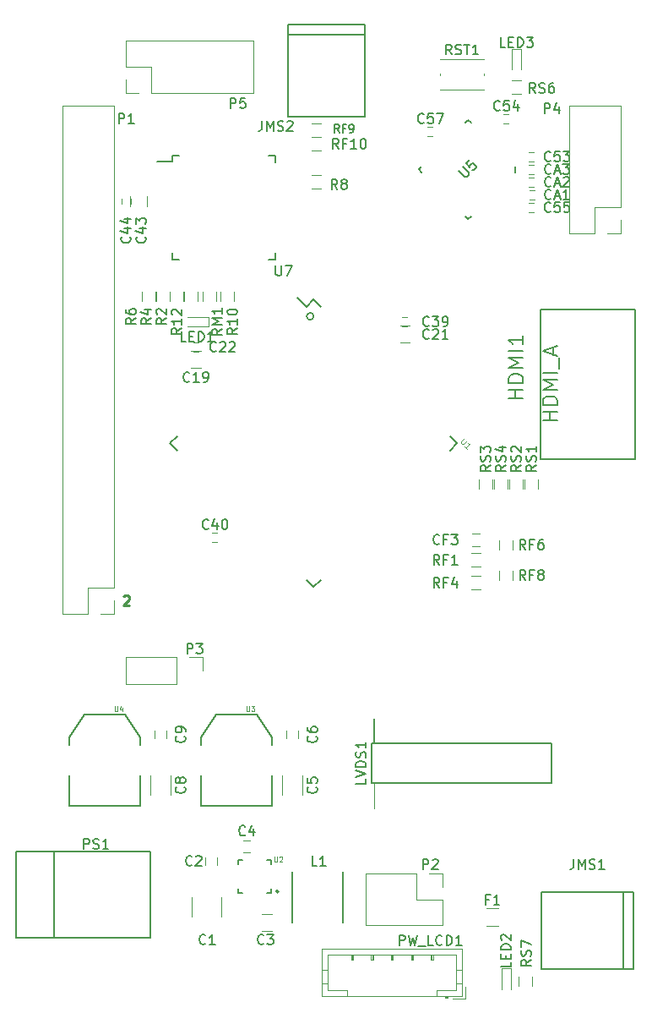
<source format=gto>
G04 #@! TF.FileFunction,Legend,Top*
%FSLAX46Y46*%
G04 Gerber Fmt 4.6, Leading zero omitted, Abs format (unit mm)*
G04 Created by KiCad (PCBNEW 4.0.0-rc1-stable) date 29/09/2017 04:45:12 p.m.*
%MOMM*%
G01*
G04 APERTURE LIST*
%ADD10C,0.100000*%
%ADD11C,0.250000*%
%ADD12C,0.120000*%
%ADD13C,0.150000*%
%ADD14C,0.203200*%
%ADD15C,0.040000*%
%ADD16C,0.152400*%
G04 APERTURE END LIST*
D10*
D11*
X115398286Y-115853319D02*
X115445905Y-115805700D01*
X115541143Y-115758081D01*
X115779239Y-115758081D01*
X115874477Y-115805700D01*
X115922096Y-115853319D01*
X115969715Y-115948557D01*
X115969715Y-116043795D01*
X115922096Y-116186652D01*
X115350667Y-116758081D01*
X115969715Y-116758081D01*
D12*
X128419060Y-65425580D02*
X128419060Y-60225580D01*
X118199060Y-65425580D02*
X128419060Y-65425580D01*
X115599060Y-60225580D02*
X128419060Y-60225580D01*
X118199060Y-65425580D02*
X118199060Y-62825580D01*
X118199060Y-62825580D02*
X115599060Y-62825580D01*
X115599060Y-62825580D02*
X115599060Y-60225580D01*
X116929060Y-65425580D02*
X115599060Y-65425580D01*
X115599060Y-65425580D02*
X115599060Y-64095580D01*
D13*
X134455060Y-87816658D02*
G75*
G03X134455060Y-87816658I-353553J0D01*
G01*
X134455060Y-86154957D02*
X133712598Y-86897419D01*
X148844683Y-100544580D02*
X148102221Y-101287042D01*
X134455060Y-114934203D02*
X135197522Y-114191741D01*
X120065437Y-100544580D02*
X120807899Y-99802118D01*
X134455060Y-86154957D02*
X135197522Y-86897419D01*
X120065437Y-100544580D02*
X120807899Y-101287042D01*
X134455060Y-114934203D02*
X133712598Y-114191741D01*
X148844683Y-100544580D02*
X148102221Y-99802118D01*
X133712598Y-86897419D02*
X132793359Y-85978180D01*
D14*
X154615201Y-73396356D02*
X154615201Y-72828804D01*
X149665284Y-77778721D02*
X149949060Y-78062497D01*
X149949060Y-78062497D02*
X150232836Y-77778721D01*
X145282919Y-72828804D02*
X144999143Y-73112580D01*
X144999143Y-73112580D02*
X145282919Y-73396356D01*
X150232836Y-68446439D02*
X149949060Y-68162663D01*
X149949060Y-68162663D02*
X149665284Y-68446439D01*
D12*
X143349060Y-88822580D02*
X143849060Y-88822580D01*
X143849060Y-87882580D02*
X143349060Y-87882580D01*
X114449060Y-115022580D02*
X114449060Y-66702580D01*
X114449060Y-66702580D02*
X109249060Y-66702580D01*
X109249060Y-66702580D02*
X109249060Y-117622580D01*
X109249060Y-117622580D02*
X111849060Y-117622580D01*
X111849060Y-117622580D02*
X111849060Y-115022580D01*
X111849060Y-115022580D02*
X114449060Y-115022580D01*
X114449060Y-116292580D02*
X114449060Y-117622580D01*
X114449060Y-117622580D02*
X113119060Y-117622580D01*
D13*
X105400000Y-141370000D02*
X104638000Y-141370000D01*
X104638000Y-141370000D02*
X104638000Y-150006000D01*
X104638000Y-150006000D02*
X105400000Y-150006000D01*
X108448000Y-141370000D02*
X108448000Y-150006000D01*
X118100000Y-141370000D02*
X118100000Y-150006000D01*
X105400000Y-150006000D02*
X118100000Y-150006000D01*
X105400000Y-141370000D02*
X118100000Y-141370000D01*
D12*
X149360000Y-155870000D02*
X149360000Y-151170000D01*
X149360000Y-151170000D02*
X135260000Y-151170000D01*
X135260000Y-151170000D02*
X135260000Y-155870000D01*
X135260000Y-155870000D02*
X149360000Y-155870000D01*
X146810000Y-155870000D02*
X146810000Y-155270000D01*
X146810000Y-155270000D02*
X148760000Y-155270000D01*
X148760000Y-155270000D02*
X148760000Y-151770000D01*
X148760000Y-151770000D02*
X135860000Y-151770000D01*
X135860000Y-151770000D02*
X135860000Y-155270000D01*
X135860000Y-155270000D02*
X137810000Y-155270000D01*
X137810000Y-155270000D02*
X137810000Y-155870000D01*
X149360000Y-154570000D02*
X148760000Y-154570000D01*
X149360000Y-153270000D02*
X148760000Y-153270000D01*
X135260000Y-154570000D02*
X135860000Y-154570000D01*
X135260000Y-153270000D02*
X135860000Y-153270000D01*
X147610000Y-155870000D02*
X147610000Y-156070000D01*
X147610000Y-156070000D02*
X147910000Y-156070000D01*
X147910000Y-156070000D02*
X147910000Y-155870000D01*
X147610000Y-155970000D02*
X147910000Y-155970000D01*
X146410000Y-151770000D02*
X146410000Y-152270000D01*
X146410000Y-152270000D02*
X146210000Y-152270000D01*
X146210000Y-152270000D02*
X146210000Y-151770000D01*
X146310000Y-151770000D02*
X146310000Y-152270000D01*
X144410000Y-151770000D02*
X144410000Y-152270000D01*
X144410000Y-152270000D02*
X144210000Y-152270000D01*
X144210000Y-152270000D02*
X144210000Y-151770000D01*
X144310000Y-151770000D02*
X144310000Y-152270000D01*
X142410000Y-151770000D02*
X142410000Y-152270000D01*
X142410000Y-152270000D02*
X142210000Y-152270000D01*
X142210000Y-152270000D02*
X142210000Y-151770000D01*
X142310000Y-151770000D02*
X142310000Y-152270000D01*
X140410000Y-151770000D02*
X140410000Y-152270000D01*
X140410000Y-152270000D02*
X140210000Y-152270000D01*
X140210000Y-152270000D02*
X140210000Y-151770000D01*
X140310000Y-151770000D02*
X140310000Y-152270000D01*
X138410000Y-151770000D02*
X138410000Y-152270000D01*
X138410000Y-152270000D02*
X138210000Y-152270000D01*
X138210000Y-152270000D02*
X138210000Y-151770000D01*
X138310000Y-151770000D02*
X138310000Y-152270000D01*
X148410000Y-156170000D02*
X149660000Y-156170000D01*
X149660000Y-156170000D02*
X149660000Y-154920000D01*
X165249060Y-76922000D02*
X165249060Y-66702000D01*
X165249060Y-66702000D02*
X160049060Y-66702000D01*
X160049060Y-66702000D02*
X160049060Y-79522000D01*
X160049060Y-79522000D02*
X162649060Y-79522000D01*
X162649060Y-79522000D02*
X162649060Y-76922000D01*
X162649060Y-76922000D02*
X165249060Y-76922000D01*
X165249060Y-78192000D02*
X165249060Y-79522000D01*
X165249060Y-79522000D02*
X163919060Y-79522000D01*
D13*
X165484180Y-153162640D02*
X165484180Y-145461360D01*
X166484940Y-153162640D02*
X166484940Y-145461360D01*
X166484940Y-145461360D02*
X157285060Y-145461360D01*
X157285060Y-145461360D02*
X157285060Y-153162640D01*
X157285060Y-153162640D02*
X166484940Y-153162640D01*
X123180000Y-133750000D02*
X123180000Y-136798000D01*
X123180000Y-136798000D02*
X130292000Y-136798000D01*
X130292000Y-136798000D02*
X130292000Y-133750000D01*
X123180000Y-130702000D02*
X123180000Y-129940000D01*
X123180000Y-129940000D02*
X124704000Y-127654000D01*
X124704000Y-127654000D02*
X128768000Y-127654000D01*
X128768000Y-127654000D02*
X130292000Y-129940000D01*
X130292000Y-129940000D02*
X130292000Y-130702000D01*
X109972000Y-133750000D02*
X109972000Y-136798000D01*
X109972000Y-136798000D02*
X117084000Y-136798000D01*
X117084000Y-136798000D02*
X117084000Y-133750000D01*
X109972000Y-130702000D02*
X109972000Y-129940000D01*
X109972000Y-129940000D02*
X111496000Y-127654000D01*
X111496000Y-127654000D02*
X115560000Y-127654000D01*
X115560000Y-127654000D02*
X117084000Y-129940000D01*
X117084000Y-129940000D02*
X117084000Y-130702000D01*
D12*
X125168000Y-147958000D02*
X125168000Y-145958000D01*
X122208000Y-145958000D02*
X122208000Y-147958000D01*
X123596000Y-142736000D02*
X123596000Y-142036000D01*
X124796000Y-142036000D02*
X124796000Y-142736000D01*
D13*
X132314000Y-148492000D02*
X132314000Y-143392000D01*
X137414000Y-148492000D02*
X137414000Y-143392000D01*
D12*
X150211060Y-111548580D02*
X151211060Y-111548580D01*
X151211060Y-112908580D02*
X150211060Y-112908580D01*
X150211060Y-113834580D02*
X151211060Y-113834580D01*
X151211060Y-115194580D02*
X150211060Y-115194580D01*
X153079060Y-111204580D02*
X153079060Y-110204580D01*
X154439060Y-110204580D02*
X154439060Y-111204580D01*
X154439060Y-113252580D02*
X154439060Y-114252580D01*
X153079060Y-114252580D02*
X153079060Y-113252580D01*
D14*
X130952400Y-145408600D02*
G75*
G03X130952400Y-145408600I-152400J0D01*
G01*
X127269400Y-145561000D02*
X126863000Y-145561000D01*
X127269400Y-142259000D02*
X126863000Y-142259000D01*
X126863000Y-142665400D02*
X126863000Y-142259000D01*
X130165000Y-142665400D02*
X130165000Y-142259000D01*
X130165000Y-142259000D02*
X129758600Y-142259000D01*
X126863000Y-145561000D02*
X126863000Y-145154600D01*
X130165000Y-145561000D02*
X130165000Y-145154600D01*
X130165000Y-145561000D02*
X129758600Y-145561000D01*
D12*
X156591060Y-75182580D02*
X156091060Y-75182580D01*
X156091060Y-76122580D02*
X156591060Y-76122580D01*
X156549060Y-73912580D02*
X156049060Y-73912580D01*
X156049060Y-74852580D02*
X156549060Y-74852580D01*
X156549060Y-72642580D02*
X156049060Y-72642580D01*
X156049060Y-73582580D02*
X156549060Y-73582580D01*
X151061060Y-110796580D02*
X150361060Y-110796580D01*
X150361060Y-109596580D02*
X151061060Y-109596580D01*
X155273000Y-61017000D02*
X154273000Y-61017000D01*
X154273000Y-61017000D02*
X154273000Y-63117000D01*
X155273000Y-61017000D02*
X155273000Y-63117000D01*
X154257000Y-153092000D02*
X153257000Y-153092000D01*
X153257000Y-153092000D02*
X153257000Y-155192000D01*
X154257000Y-153092000D02*
X154257000Y-155192000D01*
X156979060Y-104108580D02*
X156979060Y-105108580D01*
X155619060Y-105108580D02*
X155619060Y-104108580D01*
X155455060Y-104108580D02*
X155455060Y-105108580D01*
X154095060Y-105108580D02*
X154095060Y-104108580D01*
X152407060Y-104108580D02*
X152407060Y-105108580D01*
X151047060Y-105108580D02*
X151047060Y-104108580D01*
X153931060Y-104108580D02*
X153931060Y-105108580D01*
X152571060Y-105108580D02*
X152571060Y-104108580D01*
X155273000Y-65537000D02*
X154273000Y-65537000D01*
X154273000Y-64177000D02*
X155273000Y-64177000D01*
D14*
X157202000Y-102134000D02*
X157202000Y-87134000D01*
X166702000Y-102134000D02*
X157202000Y-102134000D01*
X166702000Y-87134000D02*
X157202000Y-87134000D01*
X166702000Y-87134000D02*
X166702000Y-102134000D01*
D12*
X154982000Y-154892000D02*
X154982000Y-153892000D01*
X156342000Y-153892000D02*
X156342000Y-154892000D01*
X129284000Y-149332000D02*
X130284000Y-149332000D01*
X130284000Y-147632000D02*
X129284000Y-147632000D01*
X152990000Y-148854000D02*
X151790000Y-148854000D01*
X151790000Y-147094000D02*
X152990000Y-147094000D01*
X127402000Y-140262000D02*
X128102000Y-140262000D01*
X128102000Y-141462000D02*
X127402000Y-141462000D01*
X131304000Y-133766000D02*
X131304000Y-135766000D01*
X133344000Y-135766000D02*
X133344000Y-133766000D01*
X132924000Y-129336000D02*
X132924000Y-130036000D01*
X131724000Y-130036000D02*
X131724000Y-129336000D01*
X118096000Y-133766000D02*
X118096000Y-135766000D01*
X120136000Y-135766000D02*
X120136000Y-133766000D01*
X119716000Y-129336000D02*
X119716000Y-130036000D01*
X118516000Y-130036000D02*
X118516000Y-129336000D01*
X144770000Y-143596000D02*
X139630000Y-143596000D01*
X139630000Y-143596000D02*
X139630000Y-148796000D01*
X139630000Y-148796000D02*
X147370000Y-148796000D01*
X147370000Y-148796000D02*
X147370000Y-146196000D01*
X147370000Y-146196000D02*
X144770000Y-146196000D01*
X144770000Y-146196000D02*
X144770000Y-143596000D01*
X146040000Y-143596000D02*
X147370000Y-143596000D01*
X147370000Y-143596000D02*
X147370000Y-144926000D01*
D13*
X140233060Y-134548580D02*
X158283060Y-134548580D01*
X158283060Y-134548580D02*
X158283060Y-130548580D01*
X158283060Y-130548580D02*
X140233060Y-130548580D01*
X140233060Y-130548580D02*
X140233060Y-134548580D01*
X140474860Y-130486100D02*
X140479940Y-128113740D01*
D12*
X140483060Y-137048580D02*
X140483060Y-134608580D01*
X123942000Y-88852000D02*
X123942000Y-87852000D01*
X123942000Y-87852000D02*
X121842000Y-87852000D01*
X123942000Y-88852000D02*
X121842000Y-88852000D01*
X123142000Y-91312000D02*
X122142000Y-91312000D01*
X122142000Y-93012000D02*
X123142000Y-93012000D01*
X143099060Y-90472580D02*
X144099060Y-90472580D01*
X144099060Y-88772580D02*
X143099060Y-88772580D01*
X122892000Y-90422000D02*
X122392000Y-90422000D01*
X122392000Y-91362000D02*
X122892000Y-91362000D01*
X124799060Y-109472580D02*
X124299060Y-109472580D01*
X124299060Y-110412580D02*
X124799060Y-110412580D01*
X151512000Y-63637580D02*
X151512000Y-63537580D01*
X147112000Y-65137580D02*
X151512000Y-65137580D01*
X151512000Y-62037580D02*
X147112000Y-62037580D01*
X147112000Y-63637580D02*
X147112000Y-63537580D01*
X116077000Y-75787000D02*
X116077000Y-76787000D01*
X117777000Y-76787000D02*
X117777000Y-75787000D01*
X115187000Y-76037000D02*
X115187000Y-76537000D01*
X116127000Y-76537000D02*
X116127000Y-76037000D01*
D13*
X139575700Y-59607400D02*
X131874420Y-59607400D01*
X139575700Y-58606640D02*
X131874420Y-58606640D01*
X131874420Y-58606640D02*
X131874420Y-67806520D01*
X131874420Y-67806520D02*
X139575700Y-67806520D01*
X139575700Y-67806520D02*
X139575700Y-58606640D01*
D12*
X134209060Y-68495580D02*
X135209060Y-68495580D01*
X135209060Y-69855580D02*
X134209060Y-69855580D01*
X134209060Y-69892580D02*
X135209060Y-69892580D01*
X135209060Y-71252580D02*
X134209060Y-71252580D01*
X124719000Y-85312580D02*
X124719000Y-86312580D01*
X123359000Y-86312580D02*
X123359000Y-85312580D01*
X120057000Y-86312000D02*
X120057000Y-85312000D01*
X121417000Y-85312000D02*
X121417000Y-86312000D01*
X120020000Y-85312580D02*
X120020000Y-86312580D01*
X118660000Y-86312580D02*
X118660000Y-85312580D01*
X118625060Y-85312580D02*
X118625060Y-86312580D01*
X117265060Y-86312580D02*
X117265060Y-85312580D01*
X134209060Y-73702580D02*
X135209060Y-73702580D01*
X135209060Y-75062580D02*
X134209060Y-75062580D01*
X126499060Y-85312580D02*
X126499060Y-86312580D01*
X125139060Y-86312580D02*
X125139060Y-85312580D01*
X122814000Y-85312580D02*
X122814000Y-86312580D01*
X121454000Y-86312580D02*
X121454000Y-85312580D01*
D13*
X120263060Y-71747580D02*
X120263060Y-72347580D01*
X130613060Y-71747580D02*
X130613060Y-72417580D01*
X130613060Y-82097580D02*
X130613060Y-81427580D01*
X120263060Y-82097580D02*
X120263060Y-81427580D01*
X120263060Y-71747580D02*
X120933060Y-71747580D01*
X120263060Y-82097580D02*
X120933060Y-82097580D01*
X130613060Y-82097580D02*
X129943060Y-82097580D01*
X130613060Y-71747580D02*
X129943060Y-71747580D01*
X120263060Y-72347580D02*
X118788060Y-72347580D01*
D12*
X115597000Y-121947000D02*
X115597000Y-124607000D01*
X120737000Y-121947000D02*
X115597000Y-121947000D01*
X120737000Y-124607000D02*
X115597000Y-124607000D01*
X120737000Y-121947000D02*
X120737000Y-124607000D01*
X122007000Y-121947000D02*
X123337000Y-121947000D01*
X123337000Y-121947000D02*
X123337000Y-123277000D01*
X156549060Y-71372580D02*
X156049060Y-71372580D01*
X156049060Y-72312580D02*
X156549060Y-72312580D01*
X154009060Y-67562580D02*
X153509060Y-67562580D01*
X153509060Y-68502580D02*
X154009060Y-68502580D01*
X156549060Y-76452580D02*
X156049060Y-76452580D01*
X156049060Y-77392580D02*
X156549060Y-77392580D01*
X145889060Y-69772580D02*
X146389060Y-69772580D01*
X146389060Y-68832580D02*
X145889060Y-68832580D01*
D13*
X126094905Y-66960381D02*
X126094905Y-65960381D01*
X126475858Y-65960381D01*
X126571096Y-66008000D01*
X126618715Y-66055619D01*
X126666334Y-66150857D01*
X126666334Y-66293714D01*
X126618715Y-66388952D01*
X126571096Y-66436571D01*
X126475858Y-66484190D01*
X126094905Y-66484190D01*
X127571096Y-65960381D02*
X127094905Y-65960381D01*
X127047286Y-66436571D01*
X127094905Y-66388952D01*
X127190143Y-66341333D01*
X127428239Y-66341333D01*
X127523477Y-66388952D01*
X127571096Y-66436571D01*
X127618715Y-66531810D01*
X127618715Y-66769905D01*
X127571096Y-66865143D01*
X127523477Y-66912762D01*
X127428239Y-66960381D01*
X127190143Y-66960381D01*
X127094905Y-66912762D01*
X127047286Y-66865143D01*
D12*
X149602086Y-99988416D02*
X149258634Y-100331868D01*
X149238431Y-100392478D01*
X149238431Y-100432883D01*
X149258634Y-100493493D01*
X149339447Y-100574305D01*
X149400056Y-100594507D01*
X149440462Y-100594508D01*
X149501071Y-100574304D01*
X149844522Y-100230853D01*
X149844522Y-101079381D02*
X149602086Y-100836944D01*
X149723304Y-100958162D02*
X150147568Y-100533898D01*
X150046553Y-100554101D01*
X149965741Y-100554102D01*
X149905132Y-100533898D01*
D14*
X149022383Y-73264218D02*
X149595238Y-73837073D01*
X149696329Y-73870770D01*
X149763725Y-73870770D01*
X149864817Y-73837073D01*
X149999606Y-73702284D01*
X150033304Y-73601191D01*
X150033303Y-73533796D01*
X149999606Y-73432705D01*
X149426751Y-72859850D01*
X150100698Y-72185903D02*
X149763724Y-72522877D01*
X150067000Y-72893547D01*
X150067000Y-72826153D01*
X150100698Y-72725061D01*
X150269185Y-72556574D01*
X150370276Y-72522877D01*
X150437671Y-72522876D01*
X150538764Y-72556574D01*
X150707250Y-72725061D01*
X150740947Y-72826152D01*
X150740947Y-72893548D01*
X150707250Y-72994640D01*
X150538764Y-73163126D01*
X150437671Y-73196824D01*
X150370276Y-73196823D01*
D13*
X146002143Y-88709143D02*
X145954524Y-88756762D01*
X145811667Y-88804381D01*
X145716429Y-88804381D01*
X145573571Y-88756762D01*
X145478333Y-88661524D01*
X145430714Y-88566286D01*
X145383095Y-88375810D01*
X145383095Y-88232952D01*
X145430714Y-88042476D01*
X145478333Y-87947238D01*
X145573571Y-87852000D01*
X145716429Y-87804381D01*
X145811667Y-87804381D01*
X145954524Y-87852000D01*
X146002143Y-87899619D01*
X146335476Y-87804381D02*
X146954524Y-87804381D01*
X146621190Y-88185333D01*
X146764048Y-88185333D01*
X146859286Y-88232952D01*
X146906905Y-88280571D01*
X146954524Y-88375810D01*
X146954524Y-88613905D01*
X146906905Y-88709143D01*
X146859286Y-88756762D01*
X146764048Y-88804381D01*
X146478333Y-88804381D01*
X146383095Y-88756762D01*
X146335476Y-88709143D01*
X147430714Y-88804381D02*
X147621190Y-88804381D01*
X147716429Y-88756762D01*
X147764048Y-88709143D01*
X147859286Y-88566286D01*
X147906905Y-88375810D01*
X147906905Y-87994857D01*
X147859286Y-87899619D01*
X147811667Y-87852000D01*
X147716429Y-87804381D01*
X147525952Y-87804381D01*
X147430714Y-87852000D01*
X147383095Y-87899619D01*
X147335476Y-87994857D01*
X147335476Y-88232952D01*
X147383095Y-88328190D01*
X147430714Y-88375810D01*
X147525952Y-88423429D01*
X147716429Y-88423429D01*
X147811667Y-88375810D01*
X147859286Y-88328190D01*
X147906905Y-88232952D01*
X114918905Y-68484381D02*
X114918905Y-67484381D01*
X115299858Y-67484381D01*
X115395096Y-67532000D01*
X115442715Y-67579619D01*
X115490334Y-67674857D01*
X115490334Y-67817714D01*
X115442715Y-67912952D01*
X115395096Y-67960571D01*
X115299858Y-68008190D01*
X114918905Y-68008190D01*
X116442715Y-68484381D02*
X115871286Y-68484381D01*
X116157000Y-68484381D02*
X116157000Y-67484381D01*
X116061762Y-67627238D01*
X115966524Y-67722476D01*
X115871286Y-67770095D01*
X111394714Y-141128381D02*
X111394714Y-140128381D01*
X111775667Y-140128381D01*
X111870905Y-140176000D01*
X111918524Y-140223619D01*
X111966143Y-140318857D01*
X111966143Y-140461714D01*
X111918524Y-140556952D01*
X111870905Y-140604571D01*
X111775667Y-140652190D01*
X111394714Y-140652190D01*
X112347095Y-141080762D02*
X112489952Y-141128381D01*
X112728048Y-141128381D01*
X112823286Y-141080762D01*
X112870905Y-141033143D01*
X112918524Y-140937905D01*
X112918524Y-140842667D01*
X112870905Y-140747429D01*
X112823286Y-140699810D01*
X112728048Y-140652190D01*
X112537571Y-140604571D01*
X112442333Y-140556952D01*
X112394714Y-140509333D01*
X112347095Y-140414095D01*
X112347095Y-140318857D01*
X112394714Y-140223619D01*
X112442333Y-140176000D01*
X112537571Y-140128381D01*
X112775667Y-140128381D01*
X112918524Y-140176000D01*
X113870905Y-141128381D02*
X113299476Y-141128381D01*
X113585190Y-141128381D02*
X113585190Y-140128381D01*
X113489952Y-140271238D01*
X113394714Y-140366476D01*
X113299476Y-140414095D01*
X143041762Y-150780381D02*
X143041762Y-149780381D01*
X143422715Y-149780381D01*
X143517953Y-149828000D01*
X143565572Y-149875619D01*
X143613191Y-149970857D01*
X143613191Y-150113714D01*
X143565572Y-150208952D01*
X143517953Y-150256571D01*
X143422715Y-150304190D01*
X143041762Y-150304190D01*
X143946524Y-149780381D02*
X144184619Y-150780381D01*
X144375096Y-150066095D01*
X144565572Y-150780381D01*
X144803667Y-149780381D01*
X144946524Y-150875619D02*
X145708429Y-150875619D01*
X146422715Y-150780381D02*
X145946524Y-150780381D01*
X145946524Y-149780381D01*
X147327477Y-150685143D02*
X147279858Y-150732762D01*
X147137001Y-150780381D01*
X147041763Y-150780381D01*
X146898905Y-150732762D01*
X146803667Y-150637524D01*
X146756048Y-150542286D01*
X146708429Y-150351810D01*
X146708429Y-150208952D01*
X146756048Y-150018476D01*
X146803667Y-149923238D01*
X146898905Y-149828000D01*
X147041763Y-149780381D01*
X147137001Y-149780381D01*
X147279858Y-149828000D01*
X147327477Y-149875619D01*
X147756048Y-150780381D02*
X147756048Y-149780381D01*
X147994143Y-149780381D01*
X148137001Y-149828000D01*
X148232239Y-149923238D01*
X148279858Y-150018476D01*
X148327477Y-150208952D01*
X148327477Y-150351810D01*
X148279858Y-150542286D01*
X148232239Y-150637524D01*
X148137001Y-150732762D01*
X147994143Y-150780381D01*
X147756048Y-150780381D01*
X149279858Y-150780381D02*
X148708429Y-150780381D01*
X148994143Y-150780381D02*
X148994143Y-149780381D01*
X148898905Y-149923238D01*
X148803667Y-150018476D01*
X148708429Y-150066095D01*
X157590905Y-67468381D02*
X157590905Y-66468381D01*
X157971858Y-66468381D01*
X158067096Y-66516000D01*
X158114715Y-66563619D01*
X158162334Y-66658857D01*
X158162334Y-66801714D01*
X158114715Y-66896952D01*
X158067096Y-66944571D01*
X157971858Y-66992190D01*
X157590905Y-66992190D01*
X159019477Y-66801714D02*
X159019477Y-67468381D01*
X158781381Y-66420762D02*
X158543286Y-67135048D01*
X159162334Y-67135048D01*
X160504048Y-142160381D02*
X160504048Y-142874667D01*
X160456428Y-143017524D01*
X160361190Y-143112762D01*
X160218333Y-143160381D01*
X160123095Y-143160381D01*
X160980238Y-143160381D02*
X160980238Y-142160381D01*
X161313572Y-142874667D01*
X161646905Y-142160381D01*
X161646905Y-143160381D01*
X162075476Y-143112762D02*
X162218333Y-143160381D01*
X162456429Y-143160381D01*
X162551667Y-143112762D01*
X162599286Y-143065143D01*
X162646905Y-142969905D01*
X162646905Y-142874667D01*
X162599286Y-142779429D01*
X162551667Y-142731810D01*
X162456429Y-142684190D01*
X162265952Y-142636571D01*
X162170714Y-142588952D01*
X162123095Y-142541333D01*
X162075476Y-142446095D01*
X162075476Y-142350857D01*
X162123095Y-142255619D01*
X162170714Y-142208000D01*
X162265952Y-142160381D01*
X162504048Y-142160381D01*
X162646905Y-142208000D01*
X163599286Y-143160381D02*
X163027857Y-143160381D01*
X163313571Y-143160381D02*
X163313571Y-142160381D01*
X163218333Y-142303238D01*
X163123095Y-142398476D01*
X163027857Y-142446095D01*
D12*
X127722748Y-126837690D02*
X127722748Y-127242452D01*
X127746557Y-127290071D01*
X127770367Y-127313881D01*
X127817986Y-127337690D01*
X127913224Y-127337690D01*
X127960843Y-127313881D01*
X127984652Y-127290071D01*
X128008462Y-127242452D01*
X128008462Y-126837690D01*
X128198939Y-126837690D02*
X128508462Y-126837690D01*
X128341796Y-127028167D01*
X128413224Y-127028167D01*
X128460843Y-127051976D01*
X128484653Y-127075786D01*
X128508462Y-127123405D01*
X128508462Y-127242452D01*
X128484653Y-127290071D01*
X128460843Y-127313881D01*
X128413224Y-127337690D01*
X128270367Y-127337690D01*
X128222748Y-127313881D01*
X128198939Y-127290071D01*
X114514748Y-126837690D02*
X114514748Y-127242452D01*
X114538557Y-127290071D01*
X114562367Y-127313881D01*
X114609986Y-127337690D01*
X114705224Y-127337690D01*
X114752843Y-127313881D01*
X114776652Y-127290071D01*
X114800462Y-127242452D01*
X114800462Y-126837690D01*
X115252843Y-127004357D02*
X115252843Y-127337690D01*
X115133796Y-126813881D02*
X115014748Y-127171024D01*
X115324272Y-127171024D01*
D13*
X123618334Y-150617143D02*
X123570715Y-150664762D01*
X123427858Y-150712381D01*
X123332620Y-150712381D01*
X123189762Y-150664762D01*
X123094524Y-150569524D01*
X123046905Y-150474286D01*
X122999286Y-150283810D01*
X122999286Y-150140952D01*
X123046905Y-149950476D01*
X123094524Y-149855238D01*
X123189762Y-149760000D01*
X123332620Y-149712381D01*
X123427858Y-149712381D01*
X123570715Y-149760000D01*
X123618334Y-149807619D01*
X124570715Y-150712381D02*
X123999286Y-150712381D01*
X124285000Y-150712381D02*
X124285000Y-149712381D01*
X124189762Y-149855238D01*
X124094524Y-149950476D01*
X123999286Y-149998095D01*
X122251334Y-142743143D02*
X122203715Y-142790762D01*
X122060858Y-142838381D01*
X121965620Y-142838381D01*
X121822762Y-142790762D01*
X121727524Y-142695524D01*
X121679905Y-142600286D01*
X121632286Y-142409810D01*
X121632286Y-142266952D01*
X121679905Y-142076476D01*
X121727524Y-141981238D01*
X121822762Y-141886000D01*
X121965620Y-141838381D01*
X122060858Y-141838381D01*
X122203715Y-141886000D01*
X122251334Y-141933619D01*
X122632286Y-141933619D02*
X122679905Y-141886000D01*
X122775143Y-141838381D01*
X123013239Y-141838381D01*
X123108477Y-141886000D01*
X123156096Y-141933619D01*
X123203715Y-142028857D01*
X123203715Y-142124095D01*
X123156096Y-142266952D01*
X122584667Y-142838381D01*
X123203715Y-142838381D01*
X134794334Y-142838381D02*
X134318143Y-142838381D01*
X134318143Y-141838381D01*
X135651477Y-142838381D02*
X135080048Y-142838381D01*
X135365762Y-142838381D02*
X135365762Y-141838381D01*
X135270524Y-141981238D01*
X135175286Y-142076476D01*
X135080048Y-142124095D01*
X147065762Y-112680381D02*
X146732428Y-112204190D01*
X146494333Y-112680381D02*
X146494333Y-111680381D01*
X146875286Y-111680381D01*
X146970524Y-111728000D01*
X147018143Y-111775619D01*
X147065762Y-111870857D01*
X147065762Y-112013714D01*
X147018143Y-112108952D01*
X146970524Y-112156571D01*
X146875286Y-112204190D01*
X146494333Y-112204190D01*
X147827667Y-112156571D02*
X147494333Y-112156571D01*
X147494333Y-112680381D02*
X147494333Y-111680381D01*
X147970524Y-111680381D01*
X148875286Y-112680381D02*
X148303857Y-112680381D01*
X148589571Y-112680381D02*
X148589571Y-111680381D01*
X148494333Y-111823238D01*
X148399095Y-111918476D01*
X148303857Y-111966095D01*
X147065762Y-114966381D02*
X146732428Y-114490190D01*
X146494333Y-114966381D02*
X146494333Y-113966381D01*
X146875286Y-113966381D01*
X146970524Y-114014000D01*
X147018143Y-114061619D01*
X147065762Y-114156857D01*
X147065762Y-114299714D01*
X147018143Y-114394952D01*
X146970524Y-114442571D01*
X146875286Y-114490190D01*
X146494333Y-114490190D01*
X147827667Y-114442571D02*
X147494333Y-114442571D01*
X147494333Y-114966381D02*
X147494333Y-113966381D01*
X147970524Y-113966381D01*
X148780048Y-114299714D02*
X148780048Y-114966381D01*
X148541952Y-113918762D02*
X148303857Y-114633048D01*
X148922905Y-114633048D01*
X155701762Y-111156381D02*
X155368428Y-110680190D01*
X155130333Y-111156381D02*
X155130333Y-110156381D01*
X155511286Y-110156381D01*
X155606524Y-110204000D01*
X155654143Y-110251619D01*
X155701762Y-110346857D01*
X155701762Y-110489714D01*
X155654143Y-110584952D01*
X155606524Y-110632571D01*
X155511286Y-110680190D01*
X155130333Y-110680190D01*
X156463667Y-110632571D02*
X156130333Y-110632571D01*
X156130333Y-111156381D02*
X156130333Y-110156381D01*
X156606524Y-110156381D01*
X157416048Y-110156381D02*
X157225571Y-110156381D01*
X157130333Y-110204000D01*
X157082714Y-110251619D01*
X156987476Y-110394476D01*
X156939857Y-110584952D01*
X156939857Y-110965905D01*
X156987476Y-111061143D01*
X157035095Y-111108762D01*
X157130333Y-111156381D01*
X157320810Y-111156381D01*
X157416048Y-111108762D01*
X157463667Y-111061143D01*
X157511286Y-110965905D01*
X157511286Y-110727810D01*
X157463667Y-110632571D01*
X157416048Y-110584952D01*
X157320810Y-110537333D01*
X157130333Y-110537333D01*
X157035095Y-110584952D01*
X156987476Y-110632571D01*
X156939857Y-110727810D01*
X155701762Y-114204381D02*
X155368428Y-113728190D01*
X155130333Y-114204381D02*
X155130333Y-113204381D01*
X155511286Y-113204381D01*
X155606524Y-113252000D01*
X155654143Y-113299619D01*
X155701762Y-113394857D01*
X155701762Y-113537714D01*
X155654143Y-113632952D01*
X155606524Y-113680571D01*
X155511286Y-113728190D01*
X155130333Y-113728190D01*
X156463667Y-113680571D02*
X156130333Y-113680571D01*
X156130333Y-114204381D02*
X156130333Y-113204381D01*
X156606524Y-113204381D01*
X157130333Y-113632952D02*
X157035095Y-113585333D01*
X156987476Y-113537714D01*
X156939857Y-113442476D01*
X156939857Y-113394857D01*
X156987476Y-113299619D01*
X157035095Y-113252000D01*
X157130333Y-113204381D01*
X157320810Y-113204381D01*
X157416048Y-113252000D01*
X157463667Y-113299619D01*
X157511286Y-113394857D01*
X157511286Y-113442476D01*
X157463667Y-113537714D01*
X157416048Y-113585333D01*
X157320810Y-113632952D01*
X157130333Y-113632952D01*
X157035095Y-113680571D01*
X156987476Y-113728190D01*
X156939857Y-113823429D01*
X156939857Y-114013905D01*
X156987476Y-114109143D01*
X157035095Y-114156762D01*
X157130333Y-114204381D01*
X157320810Y-114204381D01*
X157416048Y-114156762D01*
X157463667Y-114109143D01*
X157511286Y-114013905D01*
X157511286Y-113823429D01*
X157463667Y-113728190D01*
X157416048Y-113680571D01*
X157320810Y-113632952D01*
D15*
X130516048Y-141926190D02*
X130516048Y-142330952D01*
X130539857Y-142378571D01*
X130563667Y-142402381D01*
X130611286Y-142426190D01*
X130706524Y-142426190D01*
X130754143Y-142402381D01*
X130777952Y-142378571D01*
X130801762Y-142330952D01*
X130801762Y-141926190D01*
X131016048Y-141973810D02*
X131039858Y-141950000D01*
X131087477Y-141926190D01*
X131206524Y-141926190D01*
X131254143Y-141950000D01*
X131277953Y-141973810D01*
X131301762Y-142021429D01*
X131301762Y-142069048D01*
X131277953Y-142140476D01*
X130992239Y-142426190D01*
X131301762Y-142426190D01*
D13*
X158241762Y-76009143D02*
X158194143Y-76056762D01*
X158051286Y-76104381D01*
X157956048Y-76104381D01*
X157813190Y-76056762D01*
X157717952Y-75961524D01*
X157670333Y-75866286D01*
X157622714Y-75675810D01*
X157622714Y-75532952D01*
X157670333Y-75342476D01*
X157717952Y-75247238D01*
X157813190Y-75152000D01*
X157956048Y-75104381D01*
X158051286Y-75104381D01*
X158194143Y-75152000D01*
X158241762Y-75199619D01*
X158622714Y-75818667D02*
X159098905Y-75818667D01*
X158527476Y-76104381D02*
X158860809Y-75104381D01*
X159194143Y-76104381D01*
X160051286Y-76104381D02*
X159479857Y-76104381D01*
X159765571Y-76104381D02*
X159765571Y-75104381D01*
X159670333Y-75247238D01*
X159575095Y-75342476D01*
X159479857Y-75390095D01*
X158241762Y-74739143D02*
X158194143Y-74786762D01*
X158051286Y-74834381D01*
X157956048Y-74834381D01*
X157813190Y-74786762D01*
X157717952Y-74691524D01*
X157670333Y-74596286D01*
X157622714Y-74405810D01*
X157622714Y-74262952D01*
X157670333Y-74072476D01*
X157717952Y-73977238D01*
X157813190Y-73882000D01*
X157956048Y-73834381D01*
X158051286Y-73834381D01*
X158194143Y-73882000D01*
X158241762Y-73929619D01*
X158622714Y-74548667D02*
X159098905Y-74548667D01*
X158527476Y-74834381D02*
X158860809Y-73834381D01*
X159194143Y-74834381D01*
X159479857Y-73929619D02*
X159527476Y-73882000D01*
X159622714Y-73834381D01*
X159860810Y-73834381D01*
X159956048Y-73882000D01*
X160003667Y-73929619D01*
X160051286Y-74024857D01*
X160051286Y-74120095D01*
X160003667Y-74262952D01*
X159432238Y-74834381D01*
X160051286Y-74834381D01*
X158241762Y-73469143D02*
X158194143Y-73516762D01*
X158051286Y-73564381D01*
X157956048Y-73564381D01*
X157813190Y-73516762D01*
X157717952Y-73421524D01*
X157670333Y-73326286D01*
X157622714Y-73135810D01*
X157622714Y-72992952D01*
X157670333Y-72802476D01*
X157717952Y-72707238D01*
X157813190Y-72612000D01*
X157956048Y-72564381D01*
X158051286Y-72564381D01*
X158194143Y-72612000D01*
X158241762Y-72659619D01*
X158622714Y-73278667D02*
X159098905Y-73278667D01*
X158527476Y-73564381D02*
X158860809Y-72564381D01*
X159194143Y-73564381D01*
X159432238Y-72564381D02*
X160051286Y-72564381D01*
X159717952Y-72945333D01*
X159860810Y-72945333D01*
X159956048Y-72992952D01*
X160003667Y-73040571D01*
X160051286Y-73135810D01*
X160051286Y-73373905D01*
X160003667Y-73469143D01*
X159956048Y-73516762D01*
X159860810Y-73564381D01*
X159575095Y-73564381D01*
X159479857Y-73516762D01*
X159432238Y-73469143D01*
X147065762Y-110553143D02*
X147018143Y-110600762D01*
X146875286Y-110648381D01*
X146780048Y-110648381D01*
X146637190Y-110600762D01*
X146541952Y-110505524D01*
X146494333Y-110410286D01*
X146446714Y-110219810D01*
X146446714Y-110076952D01*
X146494333Y-109886476D01*
X146541952Y-109791238D01*
X146637190Y-109696000D01*
X146780048Y-109648381D01*
X146875286Y-109648381D01*
X147018143Y-109696000D01*
X147065762Y-109743619D01*
X147827667Y-110124571D02*
X147494333Y-110124571D01*
X147494333Y-110648381D02*
X147494333Y-109648381D01*
X147970524Y-109648381D01*
X148256238Y-109648381D02*
X148875286Y-109648381D01*
X148541952Y-110029333D01*
X148684810Y-110029333D01*
X148780048Y-110076952D01*
X148827667Y-110124571D01*
X148875286Y-110219810D01*
X148875286Y-110457905D01*
X148827667Y-110553143D01*
X148780048Y-110600762D01*
X148684810Y-110648381D01*
X148399095Y-110648381D01*
X148303857Y-110600762D01*
X148256238Y-110553143D01*
X153653953Y-60864381D02*
X153177762Y-60864381D01*
X153177762Y-59864381D01*
X153987286Y-60340571D02*
X154320620Y-60340571D01*
X154463477Y-60864381D02*
X153987286Y-60864381D01*
X153987286Y-59864381D01*
X154463477Y-59864381D01*
X154892048Y-60864381D02*
X154892048Y-59864381D01*
X155130143Y-59864381D01*
X155273001Y-59912000D01*
X155368239Y-60007238D01*
X155415858Y-60102476D01*
X155463477Y-60292952D01*
X155463477Y-60435810D01*
X155415858Y-60626286D01*
X155368239Y-60721524D01*
X155273001Y-60816762D01*
X155130143Y-60864381D01*
X154892048Y-60864381D01*
X155796810Y-59864381D02*
X156415858Y-59864381D01*
X156082524Y-60245333D01*
X156225382Y-60245333D01*
X156320620Y-60292952D01*
X156368239Y-60340571D01*
X156415858Y-60435810D01*
X156415858Y-60673905D01*
X156368239Y-60769143D01*
X156320620Y-60816762D01*
X156225382Y-60864381D01*
X155939667Y-60864381D01*
X155844429Y-60816762D01*
X155796810Y-60769143D01*
X154209381Y-152463047D02*
X154209381Y-152939238D01*
X153209381Y-152939238D01*
X153685571Y-152129714D02*
X153685571Y-151796380D01*
X154209381Y-151653523D02*
X154209381Y-152129714D01*
X153209381Y-152129714D01*
X153209381Y-151653523D01*
X154209381Y-151224952D02*
X153209381Y-151224952D01*
X153209381Y-150986857D01*
X153257000Y-150843999D01*
X153352238Y-150748761D01*
X153447476Y-150701142D01*
X153637952Y-150653523D01*
X153780810Y-150653523D01*
X153971286Y-150701142D01*
X154066524Y-150748761D01*
X154161762Y-150843999D01*
X154209381Y-150986857D01*
X154209381Y-151224952D01*
X153304619Y-150272571D02*
X153257000Y-150224952D01*
X153209381Y-150129714D01*
X153209381Y-149891618D01*
X153257000Y-149796380D01*
X153304619Y-149748761D01*
X153399857Y-149701142D01*
X153495095Y-149701142D01*
X153637952Y-149748761D01*
X154209381Y-150320190D01*
X154209381Y-149701142D01*
X156751441Y-102711437D02*
X156275250Y-103044771D01*
X156751441Y-103282866D02*
X155751441Y-103282866D01*
X155751441Y-102901913D01*
X155799060Y-102806675D01*
X155846679Y-102759056D01*
X155941917Y-102711437D01*
X156084774Y-102711437D01*
X156180012Y-102759056D01*
X156227631Y-102806675D01*
X156275250Y-102901913D01*
X156275250Y-103282866D01*
X156703822Y-102330485D02*
X156751441Y-102187628D01*
X156751441Y-101949532D01*
X156703822Y-101854294D01*
X156656203Y-101806675D01*
X156560965Y-101759056D01*
X156465727Y-101759056D01*
X156370489Y-101806675D01*
X156322870Y-101854294D01*
X156275250Y-101949532D01*
X156227631Y-102140009D01*
X156180012Y-102235247D01*
X156132393Y-102282866D01*
X156037155Y-102330485D01*
X155941917Y-102330485D01*
X155846679Y-102282866D01*
X155799060Y-102235247D01*
X155751441Y-102140009D01*
X155751441Y-101901913D01*
X155799060Y-101759056D01*
X156751441Y-100806675D02*
X156751441Y-101378104D01*
X156751441Y-101092390D02*
X155751441Y-101092390D01*
X155894298Y-101187628D01*
X155989536Y-101282866D01*
X156037155Y-101378104D01*
X155227441Y-102711437D02*
X154751250Y-103044771D01*
X155227441Y-103282866D02*
X154227441Y-103282866D01*
X154227441Y-102901913D01*
X154275060Y-102806675D01*
X154322679Y-102759056D01*
X154417917Y-102711437D01*
X154560774Y-102711437D01*
X154656012Y-102759056D01*
X154703631Y-102806675D01*
X154751250Y-102901913D01*
X154751250Y-103282866D01*
X155179822Y-102330485D02*
X155227441Y-102187628D01*
X155227441Y-101949532D01*
X155179822Y-101854294D01*
X155132203Y-101806675D01*
X155036965Y-101759056D01*
X154941727Y-101759056D01*
X154846489Y-101806675D01*
X154798870Y-101854294D01*
X154751250Y-101949532D01*
X154703631Y-102140009D01*
X154656012Y-102235247D01*
X154608393Y-102282866D01*
X154513155Y-102330485D01*
X154417917Y-102330485D01*
X154322679Y-102282866D01*
X154275060Y-102235247D01*
X154227441Y-102140009D01*
X154227441Y-101901913D01*
X154275060Y-101759056D01*
X154322679Y-101378104D02*
X154275060Y-101330485D01*
X154227441Y-101235247D01*
X154227441Y-100997151D01*
X154275060Y-100901913D01*
X154322679Y-100854294D01*
X154417917Y-100806675D01*
X154513155Y-100806675D01*
X154656012Y-100854294D01*
X155227441Y-101425723D01*
X155227441Y-100806675D01*
X152179441Y-102711437D02*
X151703250Y-103044771D01*
X152179441Y-103282866D02*
X151179441Y-103282866D01*
X151179441Y-102901913D01*
X151227060Y-102806675D01*
X151274679Y-102759056D01*
X151369917Y-102711437D01*
X151512774Y-102711437D01*
X151608012Y-102759056D01*
X151655631Y-102806675D01*
X151703250Y-102901913D01*
X151703250Y-103282866D01*
X152131822Y-102330485D02*
X152179441Y-102187628D01*
X152179441Y-101949532D01*
X152131822Y-101854294D01*
X152084203Y-101806675D01*
X151988965Y-101759056D01*
X151893727Y-101759056D01*
X151798489Y-101806675D01*
X151750870Y-101854294D01*
X151703250Y-101949532D01*
X151655631Y-102140009D01*
X151608012Y-102235247D01*
X151560393Y-102282866D01*
X151465155Y-102330485D01*
X151369917Y-102330485D01*
X151274679Y-102282866D01*
X151227060Y-102235247D01*
X151179441Y-102140009D01*
X151179441Y-101901913D01*
X151227060Y-101759056D01*
X151179441Y-101425723D02*
X151179441Y-100806675D01*
X151560393Y-101140009D01*
X151560393Y-100997151D01*
X151608012Y-100901913D01*
X151655631Y-100854294D01*
X151750870Y-100806675D01*
X151988965Y-100806675D01*
X152084203Y-100854294D01*
X152131822Y-100901913D01*
X152179441Y-100997151D01*
X152179441Y-101282866D01*
X152131822Y-101378104D01*
X152084203Y-101425723D01*
X153703441Y-102711437D02*
X153227250Y-103044771D01*
X153703441Y-103282866D02*
X152703441Y-103282866D01*
X152703441Y-102901913D01*
X152751060Y-102806675D01*
X152798679Y-102759056D01*
X152893917Y-102711437D01*
X153036774Y-102711437D01*
X153132012Y-102759056D01*
X153179631Y-102806675D01*
X153227250Y-102901913D01*
X153227250Y-103282866D01*
X153655822Y-102330485D02*
X153703441Y-102187628D01*
X153703441Y-101949532D01*
X153655822Y-101854294D01*
X153608203Y-101806675D01*
X153512965Y-101759056D01*
X153417727Y-101759056D01*
X153322489Y-101806675D01*
X153274870Y-101854294D01*
X153227250Y-101949532D01*
X153179631Y-102140009D01*
X153132012Y-102235247D01*
X153084393Y-102282866D01*
X152989155Y-102330485D01*
X152893917Y-102330485D01*
X152798679Y-102282866D01*
X152751060Y-102235247D01*
X152703441Y-102140009D01*
X152703441Y-101901913D01*
X152751060Y-101759056D01*
X153036774Y-100901913D02*
X153703441Y-100901913D01*
X152655822Y-101140009D02*
X153370108Y-101378104D01*
X153370108Y-100759056D01*
X156670143Y-65436381D02*
X156336809Y-64960190D01*
X156098714Y-65436381D02*
X156098714Y-64436381D01*
X156479667Y-64436381D01*
X156574905Y-64484000D01*
X156622524Y-64531619D01*
X156670143Y-64626857D01*
X156670143Y-64769714D01*
X156622524Y-64864952D01*
X156574905Y-64912571D01*
X156479667Y-64960190D01*
X156098714Y-64960190D01*
X157051095Y-65388762D02*
X157193952Y-65436381D01*
X157432048Y-65436381D01*
X157527286Y-65388762D01*
X157574905Y-65341143D01*
X157622524Y-65245905D01*
X157622524Y-65150667D01*
X157574905Y-65055429D01*
X157527286Y-65007810D01*
X157432048Y-64960190D01*
X157241571Y-64912571D01*
X157146333Y-64864952D01*
X157098714Y-64817333D01*
X157051095Y-64722095D01*
X157051095Y-64626857D01*
X157098714Y-64531619D01*
X157146333Y-64484000D01*
X157241571Y-64436381D01*
X157479667Y-64436381D01*
X157622524Y-64484000D01*
X158479667Y-64436381D02*
X158289190Y-64436381D01*
X158193952Y-64484000D01*
X158146333Y-64531619D01*
X158051095Y-64674476D01*
X158003476Y-64864952D01*
X158003476Y-65245905D01*
X158051095Y-65341143D01*
X158098714Y-65388762D01*
X158193952Y-65436381D01*
X158384429Y-65436381D01*
X158479667Y-65388762D01*
X158527286Y-65341143D01*
X158574905Y-65245905D01*
X158574905Y-65007810D01*
X158527286Y-64912571D01*
X158479667Y-64864952D01*
X158384429Y-64817333D01*
X158193952Y-64817333D01*
X158098714Y-64864952D01*
X158051095Y-64912571D01*
X158003476Y-65007810D01*
X155451571Y-96031143D02*
X153951571Y-96031143D01*
X154665857Y-96031143D02*
X154665857Y-95174000D01*
X155451571Y-95174000D02*
X153951571Y-95174000D01*
X155451571Y-94459714D02*
X153951571Y-94459714D01*
X153951571Y-94102571D01*
X154023000Y-93888286D01*
X154165857Y-93745428D01*
X154308714Y-93674000D01*
X154594429Y-93602571D01*
X154808714Y-93602571D01*
X155094429Y-93674000D01*
X155237286Y-93745428D01*
X155380143Y-93888286D01*
X155451571Y-94102571D01*
X155451571Y-94459714D01*
X155451571Y-92959714D02*
X153951571Y-92959714D01*
X155023000Y-92459714D01*
X153951571Y-91959714D01*
X155451571Y-91959714D01*
X155451571Y-91245428D02*
X153951571Y-91245428D01*
X155451571Y-89745428D02*
X155451571Y-90602571D01*
X155451571Y-90173999D02*
X153951571Y-90173999D01*
X154165857Y-90316856D01*
X154308714Y-90459714D01*
X154380143Y-90602571D01*
X158910571Y-98241143D02*
X157410571Y-98241143D01*
X158124857Y-98241143D02*
X158124857Y-97384000D01*
X158910571Y-97384000D02*
X157410571Y-97384000D01*
X158910571Y-96669714D02*
X157410571Y-96669714D01*
X157410571Y-96312571D01*
X157482000Y-96098286D01*
X157624857Y-95955428D01*
X157767714Y-95884000D01*
X158053429Y-95812571D01*
X158267714Y-95812571D01*
X158553429Y-95884000D01*
X158696286Y-95955428D01*
X158839143Y-96098286D01*
X158910571Y-96312571D01*
X158910571Y-96669714D01*
X158910571Y-95169714D02*
X157410571Y-95169714D01*
X158482000Y-94669714D01*
X157410571Y-94169714D01*
X158910571Y-94169714D01*
X158910571Y-93455428D02*
X157410571Y-93455428D01*
X159053429Y-93098285D02*
X159053429Y-91955428D01*
X158482000Y-91669714D02*
X158482000Y-90955428D01*
X158910571Y-91812571D02*
X157410571Y-91312571D01*
X158910571Y-90812571D01*
X156241381Y-152240857D02*
X155765190Y-152574191D01*
X156241381Y-152812286D02*
X155241381Y-152812286D01*
X155241381Y-152431333D01*
X155289000Y-152336095D01*
X155336619Y-152288476D01*
X155431857Y-152240857D01*
X155574714Y-152240857D01*
X155669952Y-152288476D01*
X155717571Y-152336095D01*
X155765190Y-152431333D01*
X155765190Y-152812286D01*
X156193762Y-151859905D02*
X156241381Y-151717048D01*
X156241381Y-151478952D01*
X156193762Y-151383714D01*
X156146143Y-151336095D01*
X156050905Y-151288476D01*
X155955667Y-151288476D01*
X155860429Y-151336095D01*
X155812810Y-151383714D01*
X155765190Y-151478952D01*
X155717571Y-151669429D01*
X155669952Y-151764667D01*
X155622333Y-151812286D01*
X155527095Y-151859905D01*
X155431857Y-151859905D01*
X155336619Y-151812286D01*
X155289000Y-151764667D01*
X155241381Y-151669429D01*
X155241381Y-151431333D01*
X155289000Y-151288476D01*
X155241381Y-150955143D02*
X155241381Y-150288476D01*
X156241381Y-150717048D01*
X129460334Y-150617143D02*
X129412715Y-150664762D01*
X129269858Y-150712381D01*
X129174620Y-150712381D01*
X129031762Y-150664762D01*
X128936524Y-150569524D01*
X128888905Y-150474286D01*
X128841286Y-150283810D01*
X128841286Y-150140952D01*
X128888905Y-149950476D01*
X128936524Y-149855238D01*
X129031762Y-149760000D01*
X129174620Y-149712381D01*
X129269858Y-149712381D01*
X129412715Y-149760000D01*
X129460334Y-149807619D01*
X129793667Y-149712381D02*
X130412715Y-149712381D01*
X130079381Y-150093333D01*
X130222239Y-150093333D01*
X130317477Y-150140952D01*
X130365096Y-150188571D01*
X130412715Y-150283810D01*
X130412715Y-150521905D01*
X130365096Y-150617143D01*
X130317477Y-150664762D01*
X130222239Y-150712381D01*
X129936524Y-150712381D01*
X129841286Y-150664762D01*
X129793667Y-150617143D01*
X152031267Y-146192571D02*
X151697933Y-146192571D01*
X151697933Y-146716381D02*
X151697933Y-145716381D01*
X152174124Y-145716381D01*
X153078886Y-146716381D02*
X152507457Y-146716381D01*
X152793171Y-146716381D02*
X152793171Y-145716381D01*
X152697933Y-145859238D01*
X152602695Y-145954476D01*
X152507457Y-146002095D01*
X127585334Y-139719143D02*
X127537715Y-139766762D01*
X127394858Y-139814381D01*
X127299620Y-139814381D01*
X127156762Y-139766762D01*
X127061524Y-139671524D01*
X127013905Y-139576286D01*
X126966286Y-139385810D01*
X126966286Y-139242952D01*
X127013905Y-139052476D01*
X127061524Y-138957238D01*
X127156762Y-138862000D01*
X127299620Y-138814381D01*
X127394858Y-138814381D01*
X127537715Y-138862000D01*
X127585334Y-138909619D01*
X128442477Y-139147714D02*
X128442477Y-139814381D01*
X128204381Y-138766762D02*
X127966286Y-139481048D01*
X128585334Y-139481048D01*
X134713143Y-134932666D02*
X134760762Y-134980285D01*
X134808381Y-135123142D01*
X134808381Y-135218380D01*
X134760762Y-135361238D01*
X134665524Y-135456476D01*
X134570286Y-135504095D01*
X134379810Y-135551714D01*
X134236952Y-135551714D01*
X134046476Y-135504095D01*
X133951238Y-135456476D01*
X133856000Y-135361238D01*
X133808381Y-135218380D01*
X133808381Y-135123142D01*
X133856000Y-134980285D01*
X133903619Y-134932666D01*
X133808381Y-134027904D02*
X133808381Y-134504095D01*
X134284571Y-134551714D01*
X134236952Y-134504095D01*
X134189333Y-134408857D01*
X134189333Y-134170761D01*
X134236952Y-134075523D01*
X134284571Y-134027904D01*
X134379810Y-133980285D01*
X134617905Y-133980285D01*
X134713143Y-134027904D01*
X134760762Y-134075523D01*
X134808381Y-134170761D01*
X134808381Y-134408857D01*
X134760762Y-134504095D01*
X134713143Y-134551714D01*
X134713143Y-129852666D02*
X134760762Y-129900285D01*
X134808381Y-130043142D01*
X134808381Y-130138380D01*
X134760762Y-130281238D01*
X134665524Y-130376476D01*
X134570286Y-130424095D01*
X134379810Y-130471714D01*
X134236952Y-130471714D01*
X134046476Y-130424095D01*
X133951238Y-130376476D01*
X133856000Y-130281238D01*
X133808381Y-130138380D01*
X133808381Y-130043142D01*
X133856000Y-129900285D01*
X133903619Y-129852666D01*
X133808381Y-128995523D02*
X133808381Y-129186000D01*
X133856000Y-129281238D01*
X133903619Y-129328857D01*
X134046476Y-129424095D01*
X134236952Y-129471714D01*
X134617905Y-129471714D01*
X134713143Y-129424095D01*
X134760762Y-129376476D01*
X134808381Y-129281238D01*
X134808381Y-129090761D01*
X134760762Y-128995523D01*
X134713143Y-128947904D01*
X134617905Y-128900285D01*
X134379810Y-128900285D01*
X134284571Y-128947904D01*
X134236952Y-128995523D01*
X134189333Y-129090761D01*
X134189333Y-129281238D01*
X134236952Y-129376476D01*
X134284571Y-129424095D01*
X134379810Y-129471714D01*
X121505143Y-134932666D02*
X121552762Y-134980285D01*
X121600381Y-135123142D01*
X121600381Y-135218380D01*
X121552762Y-135361238D01*
X121457524Y-135456476D01*
X121362286Y-135504095D01*
X121171810Y-135551714D01*
X121028952Y-135551714D01*
X120838476Y-135504095D01*
X120743238Y-135456476D01*
X120648000Y-135361238D01*
X120600381Y-135218380D01*
X120600381Y-135123142D01*
X120648000Y-134980285D01*
X120695619Y-134932666D01*
X121028952Y-134361238D02*
X120981333Y-134456476D01*
X120933714Y-134504095D01*
X120838476Y-134551714D01*
X120790857Y-134551714D01*
X120695619Y-134504095D01*
X120648000Y-134456476D01*
X120600381Y-134361238D01*
X120600381Y-134170761D01*
X120648000Y-134075523D01*
X120695619Y-134027904D01*
X120790857Y-133980285D01*
X120838476Y-133980285D01*
X120933714Y-134027904D01*
X120981333Y-134075523D01*
X121028952Y-134170761D01*
X121028952Y-134361238D01*
X121076571Y-134456476D01*
X121124190Y-134504095D01*
X121219429Y-134551714D01*
X121409905Y-134551714D01*
X121505143Y-134504095D01*
X121552762Y-134456476D01*
X121600381Y-134361238D01*
X121600381Y-134170761D01*
X121552762Y-134075523D01*
X121505143Y-134027904D01*
X121409905Y-133980285D01*
X121219429Y-133980285D01*
X121124190Y-134027904D01*
X121076571Y-134075523D01*
X121028952Y-134170761D01*
X121505143Y-129852666D02*
X121552762Y-129900285D01*
X121600381Y-130043142D01*
X121600381Y-130138380D01*
X121552762Y-130281238D01*
X121457524Y-130376476D01*
X121362286Y-130424095D01*
X121171810Y-130471714D01*
X121028952Y-130471714D01*
X120838476Y-130424095D01*
X120743238Y-130376476D01*
X120648000Y-130281238D01*
X120600381Y-130138380D01*
X120600381Y-130043142D01*
X120648000Y-129900285D01*
X120695619Y-129852666D01*
X121600381Y-129376476D02*
X121600381Y-129186000D01*
X121552762Y-129090761D01*
X121505143Y-129043142D01*
X121362286Y-128947904D01*
X121171810Y-128900285D01*
X120790857Y-128900285D01*
X120695619Y-128947904D01*
X120648000Y-128995523D01*
X120600381Y-129090761D01*
X120600381Y-129281238D01*
X120648000Y-129376476D01*
X120695619Y-129424095D01*
X120790857Y-129471714D01*
X121028952Y-129471714D01*
X121124190Y-129424095D01*
X121171810Y-129376476D01*
X121219429Y-129281238D01*
X121219429Y-129090761D01*
X121171810Y-128995523D01*
X121124190Y-128947904D01*
X121028952Y-128900285D01*
X145398905Y-143160381D02*
X145398905Y-142160381D01*
X145779858Y-142160381D01*
X145875096Y-142208000D01*
X145922715Y-142255619D01*
X145970334Y-142350857D01*
X145970334Y-142493714D01*
X145922715Y-142588952D01*
X145875096Y-142636571D01*
X145779858Y-142684190D01*
X145398905Y-142684190D01*
X146351286Y-142255619D02*
X146398905Y-142208000D01*
X146494143Y-142160381D01*
X146732239Y-142160381D01*
X146827477Y-142208000D01*
X146875096Y-142255619D01*
X146922715Y-142350857D01*
X146922715Y-142446095D01*
X146875096Y-142588952D01*
X146303667Y-143160381D01*
X146922715Y-143160381D01*
X139675441Y-134120008D02*
X139675441Y-134596199D01*
X138675441Y-134596199D01*
X138675441Y-133929532D02*
X139675441Y-133596199D01*
X138675441Y-133262865D01*
X139675441Y-132929532D02*
X138675441Y-132929532D01*
X138675441Y-132691437D01*
X138723060Y-132548579D01*
X138818298Y-132453341D01*
X138913536Y-132405722D01*
X139104012Y-132358103D01*
X139246870Y-132358103D01*
X139437346Y-132405722D01*
X139532584Y-132453341D01*
X139627822Y-132548579D01*
X139675441Y-132691437D01*
X139675441Y-132929532D01*
X139627822Y-131977151D02*
X139675441Y-131834294D01*
X139675441Y-131596198D01*
X139627822Y-131500960D01*
X139580203Y-131453341D01*
X139484965Y-131405722D01*
X139389727Y-131405722D01*
X139294489Y-131453341D01*
X139246870Y-131500960D01*
X139199250Y-131596198D01*
X139151631Y-131786675D01*
X139104012Y-131881913D01*
X139056393Y-131929532D01*
X138961155Y-131977151D01*
X138865917Y-131977151D01*
X138770679Y-131929532D01*
X138723060Y-131881913D01*
X138675441Y-131786675D01*
X138675441Y-131548579D01*
X138723060Y-131405722D01*
X139675441Y-130453341D02*
X139675441Y-131024770D01*
X139675441Y-130739056D02*
X138675441Y-130739056D01*
X138818298Y-130834294D01*
X138913536Y-130929532D01*
X138961155Y-131024770D01*
X121649953Y-90328381D02*
X121173762Y-90328381D01*
X121173762Y-89328381D01*
X121983286Y-89804571D02*
X122316620Y-89804571D01*
X122459477Y-90328381D02*
X121983286Y-90328381D01*
X121983286Y-89328381D01*
X122459477Y-89328381D01*
X122888048Y-90328381D02*
X122888048Y-89328381D01*
X123126143Y-89328381D01*
X123269001Y-89376000D01*
X123364239Y-89471238D01*
X123411858Y-89566476D01*
X123459477Y-89756952D01*
X123459477Y-89899810D01*
X123411858Y-90090286D01*
X123364239Y-90185524D01*
X123269001Y-90280762D01*
X123126143Y-90328381D01*
X122888048Y-90328381D01*
X124411858Y-90328381D02*
X123840429Y-90328381D01*
X124126143Y-90328381D02*
X124126143Y-89328381D01*
X124030905Y-89471238D01*
X123935667Y-89566476D01*
X123840429Y-89614095D01*
X121999143Y-94297143D02*
X121951524Y-94344762D01*
X121808667Y-94392381D01*
X121713429Y-94392381D01*
X121570571Y-94344762D01*
X121475333Y-94249524D01*
X121427714Y-94154286D01*
X121380095Y-93963810D01*
X121380095Y-93820952D01*
X121427714Y-93630476D01*
X121475333Y-93535238D01*
X121570571Y-93440000D01*
X121713429Y-93392381D01*
X121808667Y-93392381D01*
X121951524Y-93440000D01*
X121999143Y-93487619D01*
X122951524Y-94392381D02*
X122380095Y-94392381D01*
X122665809Y-94392381D02*
X122665809Y-93392381D01*
X122570571Y-93535238D01*
X122475333Y-93630476D01*
X122380095Y-93678095D01*
X123427714Y-94392381D02*
X123618190Y-94392381D01*
X123713429Y-94344762D01*
X123761048Y-94297143D01*
X123856286Y-94154286D01*
X123903905Y-93963810D01*
X123903905Y-93582857D01*
X123856286Y-93487619D01*
X123808667Y-93440000D01*
X123713429Y-93392381D01*
X123522952Y-93392381D01*
X123427714Y-93440000D01*
X123380095Y-93487619D01*
X123332476Y-93582857D01*
X123332476Y-93820952D01*
X123380095Y-93916190D01*
X123427714Y-93963810D01*
X123522952Y-94011429D01*
X123713429Y-94011429D01*
X123808667Y-93963810D01*
X123856286Y-93916190D01*
X123903905Y-93820952D01*
X146002143Y-89979143D02*
X145954524Y-90026762D01*
X145811667Y-90074381D01*
X145716429Y-90074381D01*
X145573571Y-90026762D01*
X145478333Y-89931524D01*
X145430714Y-89836286D01*
X145383095Y-89645810D01*
X145383095Y-89502952D01*
X145430714Y-89312476D01*
X145478333Y-89217238D01*
X145573571Y-89122000D01*
X145716429Y-89074381D01*
X145811667Y-89074381D01*
X145954524Y-89122000D01*
X146002143Y-89169619D01*
X146383095Y-89169619D02*
X146430714Y-89122000D01*
X146525952Y-89074381D01*
X146764048Y-89074381D01*
X146859286Y-89122000D01*
X146906905Y-89169619D01*
X146954524Y-89264857D01*
X146954524Y-89360095D01*
X146906905Y-89502952D01*
X146335476Y-90074381D01*
X146954524Y-90074381D01*
X147906905Y-90074381D02*
X147335476Y-90074381D01*
X147621190Y-90074381D02*
X147621190Y-89074381D01*
X147525952Y-89217238D01*
X147430714Y-89312476D01*
X147335476Y-89360095D01*
X124666143Y-91249143D02*
X124618524Y-91296762D01*
X124475667Y-91344381D01*
X124380429Y-91344381D01*
X124237571Y-91296762D01*
X124142333Y-91201524D01*
X124094714Y-91106286D01*
X124047095Y-90915810D01*
X124047095Y-90772952D01*
X124094714Y-90582476D01*
X124142333Y-90487238D01*
X124237571Y-90392000D01*
X124380429Y-90344381D01*
X124475667Y-90344381D01*
X124618524Y-90392000D01*
X124666143Y-90439619D01*
X125047095Y-90439619D02*
X125094714Y-90392000D01*
X125189952Y-90344381D01*
X125428048Y-90344381D01*
X125523286Y-90392000D01*
X125570905Y-90439619D01*
X125618524Y-90534857D01*
X125618524Y-90630095D01*
X125570905Y-90772952D01*
X124999476Y-91344381D01*
X125618524Y-91344381D01*
X125999476Y-90439619D02*
X126047095Y-90392000D01*
X126142333Y-90344381D01*
X126380429Y-90344381D01*
X126475667Y-90392000D01*
X126523286Y-90439619D01*
X126570905Y-90534857D01*
X126570905Y-90630095D01*
X126523286Y-90772952D01*
X125951857Y-91344381D01*
X126570905Y-91344381D01*
X123906203Y-109029723D02*
X123858584Y-109077342D01*
X123715727Y-109124961D01*
X123620489Y-109124961D01*
X123477631Y-109077342D01*
X123382393Y-108982104D01*
X123334774Y-108886866D01*
X123287155Y-108696390D01*
X123287155Y-108553532D01*
X123334774Y-108363056D01*
X123382393Y-108267818D01*
X123477631Y-108172580D01*
X123620489Y-108124961D01*
X123715727Y-108124961D01*
X123858584Y-108172580D01*
X123906203Y-108220199D01*
X124763346Y-108458294D02*
X124763346Y-109124961D01*
X124525250Y-108077342D02*
X124287155Y-108791628D01*
X124906203Y-108791628D01*
X125477631Y-108124961D02*
X125572870Y-108124961D01*
X125668108Y-108172580D01*
X125715727Y-108220199D01*
X125763346Y-108315437D01*
X125810965Y-108505913D01*
X125810965Y-108744009D01*
X125763346Y-108934485D01*
X125715727Y-109029723D01*
X125668108Y-109077342D01*
X125572870Y-109124961D01*
X125477631Y-109124961D01*
X125382393Y-109077342D01*
X125334774Y-109029723D01*
X125287155Y-108934485D01*
X125239536Y-108744009D01*
X125239536Y-108505913D01*
X125287155Y-108315437D01*
X125334774Y-108220199D01*
X125382393Y-108172580D01*
X125477631Y-108124961D01*
X148288191Y-61589961D02*
X147954857Y-61113770D01*
X147716762Y-61589961D02*
X147716762Y-60589961D01*
X148097715Y-60589961D01*
X148192953Y-60637580D01*
X148240572Y-60685199D01*
X148288191Y-60780437D01*
X148288191Y-60923294D01*
X148240572Y-61018532D01*
X148192953Y-61066151D01*
X148097715Y-61113770D01*
X147716762Y-61113770D01*
X148669143Y-61542342D02*
X148812000Y-61589961D01*
X149050096Y-61589961D01*
X149145334Y-61542342D01*
X149192953Y-61494723D01*
X149240572Y-61399485D01*
X149240572Y-61304247D01*
X149192953Y-61209009D01*
X149145334Y-61161390D01*
X149050096Y-61113770D01*
X148859619Y-61066151D01*
X148764381Y-61018532D01*
X148716762Y-60970913D01*
X148669143Y-60875675D01*
X148669143Y-60780437D01*
X148716762Y-60685199D01*
X148764381Y-60637580D01*
X148859619Y-60589961D01*
X149097715Y-60589961D01*
X149240572Y-60637580D01*
X149526286Y-60589961D02*
X150097715Y-60589961D01*
X149812000Y-61589961D02*
X149812000Y-60589961D01*
X150954858Y-61589961D02*
X150383429Y-61589961D01*
X150669143Y-61589961D02*
X150669143Y-60589961D01*
X150573905Y-60732818D01*
X150478667Y-60828056D01*
X150383429Y-60875675D01*
X117538143Y-79850857D02*
X117585762Y-79898476D01*
X117633381Y-80041333D01*
X117633381Y-80136571D01*
X117585762Y-80279429D01*
X117490524Y-80374667D01*
X117395286Y-80422286D01*
X117204810Y-80469905D01*
X117061952Y-80469905D01*
X116871476Y-80422286D01*
X116776238Y-80374667D01*
X116681000Y-80279429D01*
X116633381Y-80136571D01*
X116633381Y-80041333D01*
X116681000Y-79898476D01*
X116728619Y-79850857D01*
X116966714Y-78993714D02*
X117633381Y-78993714D01*
X116585762Y-79231810D02*
X117300048Y-79469905D01*
X117300048Y-78850857D01*
X116633381Y-78565143D02*
X116633381Y-77946095D01*
X117014333Y-78279429D01*
X117014333Y-78136571D01*
X117061952Y-78041333D01*
X117109571Y-77993714D01*
X117204810Y-77946095D01*
X117442905Y-77946095D01*
X117538143Y-77993714D01*
X117585762Y-78041333D01*
X117633381Y-78136571D01*
X117633381Y-78422286D01*
X117585762Y-78517524D01*
X117538143Y-78565143D01*
X116014143Y-79850857D02*
X116061762Y-79898476D01*
X116109381Y-80041333D01*
X116109381Y-80136571D01*
X116061762Y-80279429D01*
X115966524Y-80374667D01*
X115871286Y-80422286D01*
X115680810Y-80469905D01*
X115537952Y-80469905D01*
X115347476Y-80422286D01*
X115252238Y-80374667D01*
X115157000Y-80279429D01*
X115109381Y-80136571D01*
X115109381Y-80041333D01*
X115157000Y-79898476D01*
X115204619Y-79850857D01*
X115442714Y-78993714D02*
X116109381Y-78993714D01*
X115061762Y-79231810D02*
X115776048Y-79469905D01*
X115776048Y-78850857D01*
X115442714Y-78041333D02*
X116109381Y-78041333D01*
X115061762Y-78279429D02*
X115776048Y-78517524D01*
X115776048Y-77898476D01*
X129262048Y-68246381D02*
X129262048Y-68960667D01*
X129214428Y-69103524D01*
X129119190Y-69198762D01*
X128976333Y-69246381D01*
X128881095Y-69246381D01*
X129738238Y-69246381D02*
X129738238Y-68246381D01*
X130071572Y-68960667D01*
X130404905Y-68246381D01*
X130404905Y-69246381D01*
X130833476Y-69198762D02*
X130976333Y-69246381D01*
X131214429Y-69246381D01*
X131309667Y-69198762D01*
X131357286Y-69151143D01*
X131404905Y-69055905D01*
X131404905Y-68960667D01*
X131357286Y-68865429D01*
X131309667Y-68817810D01*
X131214429Y-68770190D01*
X131023952Y-68722571D01*
X130928714Y-68674952D01*
X130881095Y-68627333D01*
X130833476Y-68532095D01*
X130833476Y-68436857D01*
X130881095Y-68341619D01*
X130928714Y-68294000D01*
X131023952Y-68246381D01*
X131262048Y-68246381D01*
X131404905Y-68294000D01*
X131785857Y-68341619D02*
X131833476Y-68294000D01*
X131928714Y-68246381D01*
X132166810Y-68246381D01*
X132262048Y-68294000D01*
X132309667Y-68341619D01*
X132357286Y-68436857D01*
X132357286Y-68532095D01*
X132309667Y-68674952D01*
X131738238Y-69246381D01*
X132357286Y-69246381D01*
X137024810Y-69409905D02*
X136758143Y-69028952D01*
X136567667Y-69409905D02*
X136567667Y-68609905D01*
X136872429Y-68609905D01*
X136948620Y-68648000D01*
X136986715Y-68686095D01*
X137024810Y-68762286D01*
X137024810Y-68876571D01*
X136986715Y-68952762D01*
X136948620Y-68990857D01*
X136872429Y-69028952D01*
X136567667Y-69028952D01*
X137634334Y-68990857D02*
X137367667Y-68990857D01*
X137367667Y-69409905D02*
X137367667Y-68609905D01*
X137748620Y-68609905D01*
X138091476Y-69409905D02*
X138243857Y-69409905D01*
X138320048Y-69371810D01*
X138358143Y-69333714D01*
X138434334Y-69219429D01*
X138472429Y-69067048D01*
X138472429Y-68762286D01*
X138434334Y-68686095D01*
X138396238Y-68648000D01*
X138320048Y-68609905D01*
X138167667Y-68609905D01*
X138091476Y-68648000D01*
X138053381Y-68686095D01*
X138015286Y-68762286D01*
X138015286Y-68952762D01*
X138053381Y-69028952D01*
X138091476Y-69067048D01*
X138167667Y-69105143D01*
X138320048Y-69105143D01*
X138396238Y-69067048D01*
X138434334Y-69028952D01*
X138472429Y-68952762D01*
X136937572Y-71024381D02*
X136604238Y-70548190D01*
X136366143Y-71024381D02*
X136366143Y-70024381D01*
X136747096Y-70024381D01*
X136842334Y-70072000D01*
X136889953Y-70119619D01*
X136937572Y-70214857D01*
X136937572Y-70357714D01*
X136889953Y-70452952D01*
X136842334Y-70500571D01*
X136747096Y-70548190D01*
X136366143Y-70548190D01*
X137699477Y-70500571D02*
X137366143Y-70500571D01*
X137366143Y-71024381D02*
X137366143Y-70024381D01*
X137842334Y-70024381D01*
X138747096Y-71024381D02*
X138175667Y-71024381D01*
X138461381Y-71024381D02*
X138461381Y-70024381D01*
X138366143Y-70167238D01*
X138270905Y-70262476D01*
X138175667Y-70310095D01*
X139366143Y-70024381D02*
X139461382Y-70024381D01*
X139556620Y-70072000D01*
X139604239Y-70119619D01*
X139651858Y-70214857D01*
X139699477Y-70405333D01*
X139699477Y-70643429D01*
X139651858Y-70833905D01*
X139604239Y-70929143D01*
X139556620Y-70976762D01*
X139461382Y-71024381D01*
X139366143Y-71024381D01*
X139270905Y-70976762D01*
X139223286Y-70929143D01*
X139175667Y-70833905D01*
X139128048Y-70643429D01*
X139128048Y-70405333D01*
X139175667Y-70214857D01*
X139223286Y-70119619D01*
X139270905Y-70072000D01*
X139366143Y-70024381D01*
X125253381Y-89090095D02*
X124777190Y-89423429D01*
X125253381Y-89661524D02*
X124253381Y-89661524D01*
X124253381Y-89280571D01*
X124301000Y-89185333D01*
X124348619Y-89137714D01*
X124443857Y-89090095D01*
X124586714Y-89090095D01*
X124681952Y-89137714D01*
X124729571Y-89185333D01*
X124777190Y-89280571D01*
X124777190Y-89661524D01*
X125253381Y-88661524D02*
X124253381Y-88661524D01*
X124967667Y-88328190D01*
X124253381Y-87994857D01*
X125253381Y-87994857D01*
X125253381Y-86994857D02*
X125253381Y-87566286D01*
X125253381Y-87280572D02*
X124253381Y-87280572D01*
X124396238Y-87375810D01*
X124491476Y-87471048D01*
X124539095Y-87566286D01*
X119665381Y-88010666D02*
X119189190Y-88344000D01*
X119665381Y-88582095D02*
X118665381Y-88582095D01*
X118665381Y-88201142D01*
X118713000Y-88105904D01*
X118760619Y-88058285D01*
X118855857Y-88010666D01*
X118998714Y-88010666D01*
X119093952Y-88058285D01*
X119141571Y-88105904D01*
X119189190Y-88201142D01*
X119189190Y-88582095D01*
X118760619Y-87629714D02*
X118713000Y-87582095D01*
X118665381Y-87486857D01*
X118665381Y-87248761D01*
X118713000Y-87153523D01*
X118760619Y-87105904D01*
X118855857Y-87058285D01*
X118951095Y-87058285D01*
X119093952Y-87105904D01*
X119665381Y-87677333D01*
X119665381Y-87058285D01*
X118141381Y-88010666D02*
X117665190Y-88344000D01*
X118141381Y-88582095D02*
X117141381Y-88582095D01*
X117141381Y-88201142D01*
X117189000Y-88105904D01*
X117236619Y-88058285D01*
X117331857Y-88010666D01*
X117474714Y-88010666D01*
X117569952Y-88058285D01*
X117617571Y-88105904D01*
X117665190Y-88201142D01*
X117665190Y-88582095D01*
X117474714Y-87153523D02*
X118141381Y-87153523D01*
X117093762Y-87391619D02*
X117808048Y-87629714D01*
X117808048Y-87010666D01*
D16*
X116624619Y-88013333D02*
X116140810Y-88351999D01*
X116624619Y-88593904D02*
X115608619Y-88593904D01*
X115608619Y-88206857D01*
X115657000Y-88110095D01*
X115705381Y-88061714D01*
X115802143Y-88013333D01*
X115947286Y-88013333D01*
X116044048Y-88061714D01*
X116092429Y-88110095D01*
X116140810Y-88206857D01*
X116140810Y-88593904D01*
X115608619Y-87142476D02*
X115608619Y-87335999D01*
X115657000Y-87432761D01*
X115705381Y-87481142D01*
X115850524Y-87577904D01*
X116044048Y-87626285D01*
X116431095Y-87626285D01*
X116527857Y-87577904D01*
X116576238Y-87529523D01*
X116624619Y-87432761D01*
X116624619Y-87239238D01*
X116576238Y-87142476D01*
X116527857Y-87094095D01*
X116431095Y-87045714D01*
X116189190Y-87045714D01*
X116092429Y-87094095D01*
X116044048Y-87142476D01*
X115995667Y-87239238D01*
X115995667Y-87432761D01*
X116044048Y-87529523D01*
X116092429Y-87577904D01*
X116189190Y-87626285D01*
D13*
X136826334Y-75088381D02*
X136493000Y-74612190D01*
X136254905Y-75088381D02*
X136254905Y-74088381D01*
X136635858Y-74088381D01*
X136731096Y-74136000D01*
X136778715Y-74183619D01*
X136826334Y-74278857D01*
X136826334Y-74421714D01*
X136778715Y-74516952D01*
X136731096Y-74564571D01*
X136635858Y-74612190D01*
X136254905Y-74612190D01*
X137397762Y-74516952D02*
X137302524Y-74469333D01*
X137254905Y-74421714D01*
X137207286Y-74326476D01*
X137207286Y-74278857D01*
X137254905Y-74183619D01*
X137302524Y-74136000D01*
X137397762Y-74088381D01*
X137588239Y-74088381D01*
X137683477Y-74136000D01*
X137731096Y-74183619D01*
X137778715Y-74278857D01*
X137778715Y-74326476D01*
X137731096Y-74421714D01*
X137683477Y-74469333D01*
X137588239Y-74516952D01*
X137397762Y-74516952D01*
X137302524Y-74564571D01*
X137254905Y-74612190D01*
X137207286Y-74707429D01*
X137207286Y-74897905D01*
X137254905Y-74993143D01*
X137302524Y-75040762D01*
X137397762Y-75088381D01*
X137588239Y-75088381D01*
X137683477Y-75040762D01*
X137731096Y-74993143D01*
X137778715Y-74897905D01*
X137778715Y-74707429D01*
X137731096Y-74612190D01*
X137683477Y-74564571D01*
X137588239Y-74516952D01*
X126777381Y-88994857D02*
X126301190Y-89328191D01*
X126777381Y-89566286D02*
X125777381Y-89566286D01*
X125777381Y-89185333D01*
X125825000Y-89090095D01*
X125872619Y-89042476D01*
X125967857Y-88994857D01*
X126110714Y-88994857D01*
X126205952Y-89042476D01*
X126253571Y-89090095D01*
X126301190Y-89185333D01*
X126301190Y-89566286D01*
X126777381Y-88042476D02*
X126777381Y-88613905D01*
X126777381Y-88328191D02*
X125777381Y-88328191D01*
X125920238Y-88423429D01*
X126015476Y-88518667D01*
X126063095Y-88613905D01*
X125777381Y-87423429D02*
X125777381Y-87328190D01*
X125825000Y-87232952D01*
X125872619Y-87185333D01*
X125967857Y-87137714D01*
X126158333Y-87090095D01*
X126396429Y-87090095D01*
X126586905Y-87137714D01*
X126682143Y-87185333D01*
X126729762Y-87232952D01*
X126777381Y-87328190D01*
X126777381Y-87423429D01*
X126729762Y-87518667D01*
X126682143Y-87566286D01*
X126586905Y-87613905D01*
X126396429Y-87661524D01*
X126158333Y-87661524D01*
X125967857Y-87613905D01*
X125872619Y-87566286D01*
X125825000Y-87518667D01*
X125777381Y-87423429D01*
X121189381Y-88994857D02*
X120713190Y-89328191D01*
X121189381Y-89566286D02*
X120189381Y-89566286D01*
X120189381Y-89185333D01*
X120237000Y-89090095D01*
X120284619Y-89042476D01*
X120379857Y-88994857D01*
X120522714Y-88994857D01*
X120617952Y-89042476D01*
X120665571Y-89090095D01*
X120713190Y-89185333D01*
X120713190Y-89566286D01*
X121189381Y-88042476D02*
X121189381Y-88613905D01*
X121189381Y-88328191D02*
X120189381Y-88328191D01*
X120332238Y-88423429D01*
X120427476Y-88518667D01*
X120475095Y-88613905D01*
X120284619Y-87661524D02*
X120237000Y-87613905D01*
X120189381Y-87518667D01*
X120189381Y-87280571D01*
X120237000Y-87185333D01*
X120284619Y-87137714D01*
X120379857Y-87090095D01*
X120475095Y-87090095D01*
X120617952Y-87137714D01*
X121189381Y-87709143D01*
X121189381Y-87090095D01*
X130643095Y-82724381D02*
X130643095Y-83533905D01*
X130690714Y-83629143D01*
X130738333Y-83676762D01*
X130833571Y-83724381D01*
X131024048Y-83724381D01*
X131119286Y-83676762D01*
X131166905Y-83629143D01*
X131214524Y-83533905D01*
X131214524Y-82724381D01*
X131595476Y-82724381D02*
X132262143Y-82724381D01*
X131833571Y-83724381D01*
X121776905Y-121570381D02*
X121776905Y-120570381D01*
X122157858Y-120570381D01*
X122253096Y-120618000D01*
X122300715Y-120665619D01*
X122348334Y-120760857D01*
X122348334Y-120903714D01*
X122300715Y-120998952D01*
X122253096Y-121046571D01*
X122157858Y-121094190D01*
X121776905Y-121094190D01*
X122681667Y-120570381D02*
X123300715Y-120570381D01*
X122967381Y-120951333D01*
X123110239Y-120951333D01*
X123205477Y-120998952D01*
X123253096Y-121046571D01*
X123300715Y-121141810D01*
X123300715Y-121379905D01*
X123253096Y-121475143D01*
X123205477Y-121522762D01*
X123110239Y-121570381D01*
X122824524Y-121570381D01*
X122729286Y-121522762D01*
X122681667Y-121475143D01*
X158194143Y-72199143D02*
X158146524Y-72246762D01*
X158003667Y-72294381D01*
X157908429Y-72294381D01*
X157765571Y-72246762D01*
X157670333Y-72151524D01*
X157622714Y-72056286D01*
X157575095Y-71865810D01*
X157575095Y-71722952D01*
X157622714Y-71532476D01*
X157670333Y-71437238D01*
X157765571Y-71342000D01*
X157908429Y-71294381D01*
X158003667Y-71294381D01*
X158146524Y-71342000D01*
X158194143Y-71389619D01*
X159098905Y-71294381D02*
X158622714Y-71294381D01*
X158575095Y-71770571D01*
X158622714Y-71722952D01*
X158717952Y-71675333D01*
X158956048Y-71675333D01*
X159051286Y-71722952D01*
X159098905Y-71770571D01*
X159146524Y-71865810D01*
X159146524Y-72103905D01*
X159098905Y-72199143D01*
X159051286Y-72246762D01*
X158956048Y-72294381D01*
X158717952Y-72294381D01*
X158622714Y-72246762D01*
X158575095Y-72199143D01*
X159479857Y-71294381D02*
X160098905Y-71294381D01*
X159765571Y-71675333D01*
X159908429Y-71675333D01*
X160003667Y-71722952D01*
X160051286Y-71770571D01*
X160098905Y-71865810D01*
X160098905Y-72103905D01*
X160051286Y-72199143D01*
X160003667Y-72246762D01*
X159908429Y-72294381D01*
X159622714Y-72294381D01*
X159527476Y-72246762D01*
X159479857Y-72199143D01*
X153116203Y-67119723D02*
X153068584Y-67167342D01*
X152925727Y-67214961D01*
X152830489Y-67214961D01*
X152687631Y-67167342D01*
X152592393Y-67072104D01*
X152544774Y-66976866D01*
X152497155Y-66786390D01*
X152497155Y-66643532D01*
X152544774Y-66453056D01*
X152592393Y-66357818D01*
X152687631Y-66262580D01*
X152830489Y-66214961D01*
X152925727Y-66214961D01*
X153068584Y-66262580D01*
X153116203Y-66310199D01*
X154020965Y-66214961D02*
X153544774Y-66214961D01*
X153497155Y-66691151D01*
X153544774Y-66643532D01*
X153640012Y-66595913D01*
X153878108Y-66595913D01*
X153973346Y-66643532D01*
X154020965Y-66691151D01*
X154068584Y-66786390D01*
X154068584Y-67024485D01*
X154020965Y-67119723D01*
X153973346Y-67167342D01*
X153878108Y-67214961D01*
X153640012Y-67214961D01*
X153544774Y-67167342D01*
X153497155Y-67119723D01*
X154925727Y-66548294D02*
X154925727Y-67214961D01*
X154687631Y-66167342D02*
X154449536Y-66881628D01*
X155068584Y-66881628D01*
X158194143Y-77279143D02*
X158146524Y-77326762D01*
X158003667Y-77374381D01*
X157908429Y-77374381D01*
X157765571Y-77326762D01*
X157670333Y-77231524D01*
X157622714Y-77136286D01*
X157575095Y-76945810D01*
X157575095Y-76802952D01*
X157622714Y-76612476D01*
X157670333Y-76517238D01*
X157765571Y-76422000D01*
X157908429Y-76374381D01*
X158003667Y-76374381D01*
X158146524Y-76422000D01*
X158194143Y-76469619D01*
X159098905Y-76374381D02*
X158622714Y-76374381D01*
X158575095Y-76850571D01*
X158622714Y-76802952D01*
X158717952Y-76755333D01*
X158956048Y-76755333D01*
X159051286Y-76802952D01*
X159098905Y-76850571D01*
X159146524Y-76945810D01*
X159146524Y-77183905D01*
X159098905Y-77279143D01*
X159051286Y-77326762D01*
X158956048Y-77374381D01*
X158717952Y-77374381D01*
X158622714Y-77326762D01*
X158575095Y-77279143D01*
X160051286Y-76374381D02*
X159575095Y-76374381D01*
X159527476Y-76850571D01*
X159575095Y-76802952D01*
X159670333Y-76755333D01*
X159908429Y-76755333D01*
X160003667Y-76802952D01*
X160051286Y-76850571D01*
X160098905Y-76945810D01*
X160098905Y-77183905D01*
X160051286Y-77279143D01*
X160003667Y-77326762D01*
X159908429Y-77374381D01*
X159670333Y-77374381D01*
X159575095Y-77326762D01*
X159527476Y-77279143D01*
X145494143Y-68389143D02*
X145446524Y-68436762D01*
X145303667Y-68484381D01*
X145208429Y-68484381D01*
X145065571Y-68436762D01*
X144970333Y-68341524D01*
X144922714Y-68246286D01*
X144875095Y-68055810D01*
X144875095Y-67912952D01*
X144922714Y-67722476D01*
X144970333Y-67627238D01*
X145065571Y-67532000D01*
X145208429Y-67484381D01*
X145303667Y-67484381D01*
X145446524Y-67532000D01*
X145494143Y-67579619D01*
X146398905Y-67484381D02*
X145922714Y-67484381D01*
X145875095Y-67960571D01*
X145922714Y-67912952D01*
X146017952Y-67865333D01*
X146256048Y-67865333D01*
X146351286Y-67912952D01*
X146398905Y-67960571D01*
X146446524Y-68055810D01*
X146446524Y-68293905D01*
X146398905Y-68389143D01*
X146351286Y-68436762D01*
X146256048Y-68484381D01*
X146017952Y-68484381D01*
X145922714Y-68436762D01*
X145875095Y-68389143D01*
X146779857Y-67484381D02*
X147446524Y-67484381D01*
X147017952Y-68484381D01*
M02*

</source>
